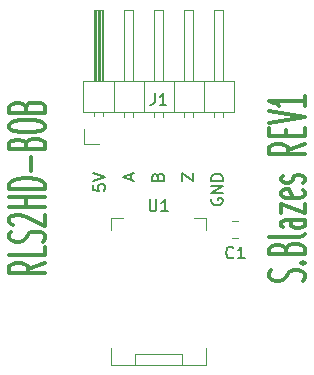
<source format=gbr>
%TF.GenerationSoftware,KiCad,Pcbnew,(5.1.8)-1*%
%TF.CreationDate,2021-03-21T23:47:40-07:00*%
%TF.ProjectId,rls2hd-bob,726c7332-6864-42d6-926f-622e6b696361,rev?*%
%TF.SameCoordinates,Original*%
%TF.FileFunction,Legend,Top*%
%TF.FilePolarity,Positive*%
%FSLAX46Y46*%
G04 Gerber Fmt 4.6, Leading zero omitted, Abs format (unit mm)*
G04 Created by KiCad (PCBNEW (5.1.8)-1) date 2021-03-21 23:47:40*
%MOMM*%
%LPD*%
G01*
G04 APERTURE LIST*
%ADD10C,0.300000*%
%ADD11C,0.150000*%
%ADD12C,0.120000*%
G04 APERTURE END LIST*
D10*
X112214285Y-92821428D02*
X112357142Y-92607142D01*
X112357142Y-92250000D01*
X112214285Y-92107142D01*
X112071428Y-92035714D01*
X111785714Y-91964285D01*
X111500000Y-91964285D01*
X111214285Y-92035714D01*
X111071428Y-92107142D01*
X110928571Y-92250000D01*
X110785714Y-92535714D01*
X110642857Y-92678571D01*
X110500000Y-92750000D01*
X110214285Y-92821428D01*
X109928571Y-92821428D01*
X109642857Y-92750000D01*
X109500000Y-92678571D01*
X109357142Y-92535714D01*
X109357142Y-92178571D01*
X109500000Y-91964285D01*
X112071428Y-91321428D02*
X112214285Y-91250000D01*
X112357142Y-91321428D01*
X112214285Y-91392857D01*
X112071428Y-91321428D01*
X112357142Y-91321428D01*
X110785714Y-90107142D02*
X110928571Y-89892857D01*
X111071428Y-89821428D01*
X111357142Y-89750000D01*
X111785714Y-89750000D01*
X112071428Y-89821428D01*
X112214285Y-89892857D01*
X112357142Y-90035714D01*
X112357142Y-90607142D01*
X109357142Y-90607142D01*
X109357142Y-90107142D01*
X109500000Y-89964285D01*
X109642857Y-89892857D01*
X109928571Y-89821428D01*
X110214285Y-89821428D01*
X110500000Y-89892857D01*
X110642857Y-89964285D01*
X110785714Y-90107142D01*
X110785714Y-90607142D01*
X112357142Y-88892857D02*
X112214285Y-89035714D01*
X111928571Y-89107142D01*
X109357142Y-89107142D01*
X112357142Y-87678571D02*
X110785714Y-87678571D01*
X110500000Y-87750000D01*
X110357142Y-87892857D01*
X110357142Y-88178571D01*
X110500000Y-88321428D01*
X112214285Y-87678571D02*
X112357142Y-87821428D01*
X112357142Y-88178571D01*
X112214285Y-88321428D01*
X111928571Y-88392857D01*
X111642857Y-88392857D01*
X111357142Y-88321428D01*
X111214285Y-88178571D01*
X111214285Y-87821428D01*
X111071428Y-87678571D01*
X110357142Y-87107142D02*
X110357142Y-86321428D01*
X112357142Y-87107142D01*
X112357142Y-86321428D01*
X112214285Y-85178571D02*
X112357142Y-85321428D01*
X112357142Y-85607142D01*
X112214285Y-85750000D01*
X111928571Y-85821428D01*
X110785714Y-85821428D01*
X110500000Y-85750000D01*
X110357142Y-85607142D01*
X110357142Y-85321428D01*
X110500000Y-85178571D01*
X110785714Y-85107142D01*
X111071428Y-85107142D01*
X111357142Y-85821428D01*
X112214285Y-84535714D02*
X112357142Y-84392857D01*
X112357142Y-84107142D01*
X112214285Y-83964285D01*
X111928571Y-83892857D01*
X111785714Y-83892857D01*
X111500000Y-83964285D01*
X111357142Y-84107142D01*
X111357142Y-84321428D01*
X111214285Y-84464285D01*
X110928571Y-84535714D01*
X110785714Y-84535714D01*
X110500000Y-84464285D01*
X110357142Y-84321428D01*
X110357142Y-84107142D01*
X110500000Y-83964285D01*
X112357142Y-81250000D02*
X110928571Y-81750000D01*
X112357142Y-82107142D02*
X109357142Y-82107142D01*
X109357142Y-81535714D01*
X109500000Y-81392857D01*
X109642857Y-81321428D01*
X109928571Y-81250000D01*
X110357142Y-81250000D01*
X110642857Y-81321428D01*
X110785714Y-81392857D01*
X110928571Y-81535714D01*
X110928571Y-82107142D01*
X110785714Y-80607142D02*
X110785714Y-80107142D01*
X112357142Y-79892857D02*
X112357142Y-80607142D01*
X109357142Y-80607142D01*
X109357142Y-79892857D01*
X109357142Y-79464285D02*
X112357142Y-78964285D01*
X109357142Y-78464285D01*
X112357142Y-77178571D02*
X112357142Y-78035714D01*
X112357142Y-77607142D02*
X109357142Y-77607142D01*
X109785714Y-77750000D01*
X110071428Y-77892857D01*
X110214285Y-78035714D01*
X90357142Y-91321428D02*
X88928571Y-91821428D01*
X90357142Y-92178571D02*
X87357142Y-92178571D01*
X87357142Y-91607142D01*
X87500000Y-91464285D01*
X87642857Y-91392857D01*
X87928571Y-91321428D01*
X88357142Y-91321428D01*
X88642857Y-91392857D01*
X88785714Y-91464285D01*
X88928571Y-91607142D01*
X88928571Y-92178571D01*
X90357142Y-89964285D02*
X90357142Y-90678571D01*
X87357142Y-90678571D01*
X90214285Y-89535714D02*
X90357142Y-89321428D01*
X90357142Y-88964285D01*
X90214285Y-88821428D01*
X90071428Y-88750000D01*
X89785714Y-88678571D01*
X89500000Y-88678571D01*
X89214285Y-88750000D01*
X89071428Y-88821428D01*
X88928571Y-88964285D01*
X88785714Y-89250000D01*
X88642857Y-89392857D01*
X88500000Y-89464285D01*
X88214285Y-89535714D01*
X87928571Y-89535714D01*
X87642857Y-89464285D01*
X87500000Y-89392857D01*
X87357142Y-89250000D01*
X87357142Y-88892857D01*
X87500000Y-88678571D01*
X87642857Y-88107142D02*
X87500000Y-88035714D01*
X87357142Y-87892857D01*
X87357142Y-87535714D01*
X87500000Y-87392857D01*
X87642857Y-87321428D01*
X87928571Y-87250000D01*
X88214285Y-87250000D01*
X88642857Y-87321428D01*
X90357142Y-88178571D01*
X90357142Y-87250000D01*
X90357142Y-86607142D02*
X87357142Y-86607142D01*
X88785714Y-86607142D02*
X88785714Y-85750000D01*
X90357142Y-85750000D02*
X87357142Y-85750000D01*
X90357142Y-85035714D02*
X87357142Y-85035714D01*
X87357142Y-84678571D01*
X87500000Y-84464285D01*
X87785714Y-84321428D01*
X88071428Y-84250000D01*
X88642857Y-84178571D01*
X89071428Y-84178571D01*
X89642857Y-84250000D01*
X89928571Y-84321428D01*
X90214285Y-84464285D01*
X90357142Y-84678571D01*
X90357142Y-85035714D01*
X89214285Y-83535714D02*
X89214285Y-82392857D01*
X88785714Y-81178571D02*
X88928571Y-80964285D01*
X89071428Y-80892857D01*
X89357142Y-80821428D01*
X89785714Y-80821428D01*
X90071428Y-80892857D01*
X90214285Y-80964285D01*
X90357142Y-81107142D01*
X90357142Y-81678571D01*
X87357142Y-81678571D01*
X87357142Y-81178571D01*
X87500000Y-81035714D01*
X87642857Y-80964285D01*
X87928571Y-80892857D01*
X88214285Y-80892857D01*
X88500000Y-80964285D01*
X88642857Y-81035714D01*
X88785714Y-81178571D01*
X88785714Y-81678571D01*
X87357142Y-79892857D02*
X87357142Y-79607142D01*
X87500000Y-79464285D01*
X87785714Y-79321428D01*
X88357142Y-79250000D01*
X89357142Y-79250000D01*
X89928571Y-79321428D01*
X90214285Y-79464285D01*
X90357142Y-79607142D01*
X90357142Y-79892857D01*
X90214285Y-80035714D01*
X89928571Y-80178571D01*
X89357142Y-80250000D01*
X88357142Y-80250000D01*
X87785714Y-80178571D01*
X87500000Y-80035714D01*
X87357142Y-79892857D01*
X88785714Y-78107142D02*
X88928571Y-77892857D01*
X89071428Y-77821428D01*
X89357142Y-77750000D01*
X89785714Y-77750000D01*
X90071428Y-77821428D01*
X90214285Y-77892857D01*
X90357142Y-78035714D01*
X90357142Y-78607142D01*
X87357142Y-78607142D01*
X87357142Y-78107142D01*
X87500000Y-77964285D01*
X87642857Y-77892857D01*
X87928571Y-77821428D01*
X88214285Y-77821428D01*
X88500000Y-77892857D01*
X88642857Y-77964285D01*
X88785714Y-78107142D01*
X88785714Y-78607142D01*
D11*
X104500000Y-85883214D02*
X104452380Y-85978452D01*
X104452380Y-86121309D01*
X104500000Y-86264166D01*
X104595238Y-86359404D01*
X104690476Y-86407023D01*
X104880952Y-86454642D01*
X105023809Y-86454642D01*
X105214285Y-86407023D01*
X105309523Y-86359404D01*
X105404761Y-86264166D01*
X105452380Y-86121309D01*
X105452380Y-86026071D01*
X105404761Y-85883214D01*
X105357142Y-85835595D01*
X105023809Y-85835595D01*
X105023809Y-86026071D01*
X105452380Y-85407023D02*
X104452380Y-85407023D01*
X105452380Y-84835595D01*
X104452380Y-84835595D01*
X105452380Y-84359404D02*
X104452380Y-84359404D01*
X104452380Y-84121309D01*
X104500000Y-83978452D01*
X104595238Y-83883214D01*
X104690476Y-83835595D01*
X104880952Y-83787976D01*
X105023809Y-83787976D01*
X105214285Y-83835595D01*
X105309523Y-83883214D01*
X105404761Y-83978452D01*
X105452380Y-84121309D01*
X105452380Y-84359404D01*
X101952380Y-84407023D02*
X101952380Y-83740357D01*
X102952380Y-84407023D01*
X102952380Y-83740357D01*
X99928571Y-84026071D02*
X99976190Y-83883214D01*
X100023809Y-83835595D01*
X100119047Y-83787976D01*
X100261904Y-83787976D01*
X100357142Y-83835595D01*
X100404761Y-83883214D01*
X100452380Y-83978452D01*
X100452380Y-84359404D01*
X99452380Y-84359404D01*
X99452380Y-84026071D01*
X99500000Y-83930833D01*
X99547619Y-83883214D01*
X99642857Y-83835595D01*
X99738095Y-83835595D01*
X99833333Y-83883214D01*
X99880952Y-83930833D01*
X99928571Y-84026071D01*
X99928571Y-84359404D01*
X97666666Y-84264166D02*
X97666666Y-83787976D01*
X97952380Y-84359404D02*
X96952380Y-84026071D01*
X97952380Y-83692738D01*
X94452380Y-84692738D02*
X94452380Y-85168928D01*
X94928571Y-85216547D01*
X94880952Y-85168928D01*
X94833333Y-85073690D01*
X94833333Y-84835595D01*
X94880952Y-84740357D01*
X94928571Y-84692738D01*
X95023809Y-84645119D01*
X95261904Y-84645119D01*
X95357142Y-84692738D01*
X95404761Y-84740357D01*
X95452380Y-84835595D01*
X95452380Y-85073690D01*
X95404761Y-85168928D01*
X95357142Y-85216547D01*
X94452380Y-84359404D02*
X95452380Y-84026071D01*
X94452380Y-83692738D01*
D12*
%TO.C,C1*%
X106761252Y-89235000D02*
X106238748Y-89235000D01*
X106761252Y-87765000D02*
X106238748Y-87765000D01*
%TO.C,U1*%
X96000000Y-98500000D02*
X96000000Y-100000000D01*
X96000000Y-100000000D02*
X104000000Y-100000000D01*
X104000000Y-100000000D02*
X104000000Y-98500000D01*
X98000000Y-100000000D02*
X98000000Y-99000000D01*
X98000000Y-99000000D02*
X102000000Y-99000000D01*
X102000000Y-99000000D02*
X102000000Y-100000000D01*
X96000000Y-88500000D02*
X96000000Y-87500000D01*
X96000000Y-87500000D02*
X97000000Y-87500000D01*
X103000000Y-87500000D02*
X104000000Y-87500000D01*
X104000000Y-87500000D02*
X104000000Y-88500000D01*
%TO.C,J1*%
X93590000Y-78560000D02*
X106410000Y-78560000D01*
X106410000Y-78560000D02*
X106410000Y-75900000D01*
X106410000Y-75900000D02*
X93590000Y-75900000D01*
X93590000Y-75900000D02*
X93590000Y-78560000D01*
X94540000Y-75900000D02*
X94540000Y-69900000D01*
X94540000Y-69900000D02*
X95300000Y-69900000D01*
X95300000Y-69900000D02*
X95300000Y-75900000D01*
X94600000Y-75900000D02*
X94600000Y-69900000D01*
X94720000Y-75900000D02*
X94720000Y-69900000D01*
X94840000Y-75900000D02*
X94840000Y-69900000D01*
X94960000Y-75900000D02*
X94960000Y-69900000D01*
X95080000Y-75900000D02*
X95080000Y-69900000D01*
X95200000Y-75900000D02*
X95200000Y-69900000D01*
X94540000Y-78890000D02*
X94540000Y-78560000D01*
X95300000Y-78890000D02*
X95300000Y-78560000D01*
X96190000Y-78560000D02*
X96190000Y-75900000D01*
X97080000Y-75900000D02*
X97080000Y-69900000D01*
X97080000Y-69900000D02*
X97840000Y-69900000D01*
X97840000Y-69900000D02*
X97840000Y-75900000D01*
X97080000Y-78957071D02*
X97080000Y-78560000D01*
X97840000Y-78957071D02*
X97840000Y-78560000D01*
X98730000Y-78560000D02*
X98730000Y-75900000D01*
X99620000Y-75900000D02*
X99620000Y-69900000D01*
X99620000Y-69900000D02*
X100380000Y-69900000D01*
X100380000Y-69900000D02*
X100380000Y-75900000D01*
X99620000Y-78957071D02*
X99620000Y-78560000D01*
X100380000Y-78957071D02*
X100380000Y-78560000D01*
X101270000Y-78560000D02*
X101270000Y-75900000D01*
X102160000Y-75900000D02*
X102160000Y-69900000D01*
X102160000Y-69900000D02*
X102920000Y-69900000D01*
X102920000Y-69900000D02*
X102920000Y-75900000D01*
X102160000Y-78957071D02*
X102160000Y-78560000D01*
X102920000Y-78957071D02*
X102920000Y-78560000D01*
X103810000Y-78560000D02*
X103810000Y-75900000D01*
X104700000Y-75900000D02*
X104700000Y-69900000D01*
X104700000Y-69900000D02*
X105460000Y-69900000D01*
X105460000Y-69900000D02*
X105460000Y-75900000D01*
X104700000Y-78957071D02*
X104700000Y-78560000D01*
X105460000Y-78957071D02*
X105460000Y-78560000D01*
X94920000Y-81270000D02*
X93650000Y-81270000D01*
X93650000Y-81270000D02*
X93650000Y-80000000D01*
%TO.C,C1*%
D11*
X106333333Y-90857142D02*
X106285714Y-90904761D01*
X106142857Y-90952380D01*
X106047619Y-90952380D01*
X105904761Y-90904761D01*
X105809523Y-90809523D01*
X105761904Y-90714285D01*
X105714285Y-90523809D01*
X105714285Y-90380952D01*
X105761904Y-90190476D01*
X105809523Y-90095238D01*
X105904761Y-90000000D01*
X106047619Y-89952380D01*
X106142857Y-89952380D01*
X106285714Y-90000000D01*
X106333333Y-90047619D01*
X107285714Y-90952380D02*
X106714285Y-90952380D01*
X107000000Y-90952380D02*
X107000000Y-89952380D01*
X106904761Y-90095238D01*
X106809523Y-90190476D01*
X106714285Y-90238095D01*
%TO.C,U1*%
X99238095Y-85952380D02*
X99238095Y-86761904D01*
X99285714Y-86857142D01*
X99333333Y-86904761D01*
X99428571Y-86952380D01*
X99619047Y-86952380D01*
X99714285Y-86904761D01*
X99761904Y-86857142D01*
X99809523Y-86761904D01*
X99809523Y-85952380D01*
X100809523Y-86952380D02*
X100238095Y-86952380D01*
X100523809Y-86952380D02*
X100523809Y-85952380D01*
X100428571Y-86095238D01*
X100333333Y-86190476D01*
X100238095Y-86238095D01*
%TO.C,J1*%
X99666666Y-76952380D02*
X99666666Y-77666666D01*
X99619047Y-77809523D01*
X99523809Y-77904761D01*
X99380952Y-77952380D01*
X99285714Y-77952380D01*
X100666666Y-77952380D02*
X100095238Y-77952380D01*
X100380952Y-77952380D02*
X100380952Y-76952380D01*
X100285714Y-77095238D01*
X100190476Y-77190476D01*
X100095238Y-77238095D01*
%TD*%
M02*

</source>
